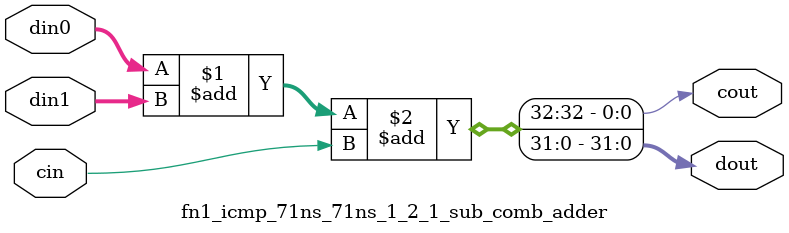
<source format=v>
`timescale 1 ns / 1 ps

module fn1_icmp_71ns_71ns_1_2_1_sub(clk, reset, ce, din0, din1, dout);
parameter ID         = 1;              // core ID, unused in RTL
parameter NUM_STAGE  = 2;
parameter din0_WIDTH = 72;   // data bitwidth
parameter din1_WIDTH = 72;   // 
parameter dout_WIDTH = 72;   // output bitwidth

// ---- input/output ports list here ----
input   clk;
input   reset;
input   ce;
input  [din0_WIDTH - 1 : 0] din0;
input  [din1_WIDTH - 1 : 0] din1;

output [dout_WIDTH - 1 : 0] dout;
//   

// wire for the primary inputs
wire [72 - 1 : 0] ain_s0 = din0;
wire [72 - 1 : 0] bin_s0 = ~din1;

// This AddSub module have totally 2 stages. For each stage the adder's width are:
// [36,36]
//  
//   

// Stage 1 logic
wire [36 - 1 : 0]    fas_s1;
wire                 facout_s1;
// 
reg  [36 - 1 : 0]    ain_s1;
reg  [36 - 1 : 0]    bin_s1;
reg  [36 - 1 : 0]    sum_s1;
reg                  carry_s1;
// 
//  
//  
// 
fn1_icmp_71ns_71ns_1_2_1_sub_comb_adder #(
    .N    ( 36 )
) u1 (
    .din0    ( ain_s0[36 - 1 : 0] ),
    .din1    ( bin_s0[36 - 1 : 0] ),
    .cin  ( 1'b1 ),
    .dout    ( fas_s1 ),
    .cout ( facout_s1 )
);

// 
always @ (posedge clk) begin
    if (ce) begin
        sum_s1   <= fas_s1;
        carry_s1 <= facout_s1;
    end
end

always @ (posedge clk) begin
    if (ce) begin
        ain_s1 <= ain_s0[72 - 1 : 36];
    end
end

always @ (posedge clk) begin
    if (ce) begin
        bin_s1 <= bin_s0[72 - 1 : 36];
    end
end
//  
//   

// Stage 2 logic
wire [36 - 1 : 0]    fas_s2;
wire                 facout_s2;
// 
// 
fn1_icmp_71ns_71ns_1_2_1_sub_comb_adder #(
    .N    ( 36 )
) u2 (
    .din0    ( ain_s1[36 - 1 : 0] ),
    .din1    ( bin_s1[36 - 1 : 0] ),
    .cin  ( carry_s1 ),
    .dout    ( fas_s2 ),
    .cout ( facout_s2 )
);

// 
assign dout = {fas_s2, sum_s1 };
//  
// 
endmodule

// small adder
module fn1_icmp_71ns_71ns_1_2_1_sub_comb_adder 
#(parameter
    N = 32
)(
    input  [N-1 : 0]    din0,
    input  [N-1 : 0]    din1,
    input  wire         cin,
    output [N-1 : 0]    dout,
    output wire         cout
);
assign {cout, dout} = din0 + din1 + cin;
endmodule
// 

</source>
